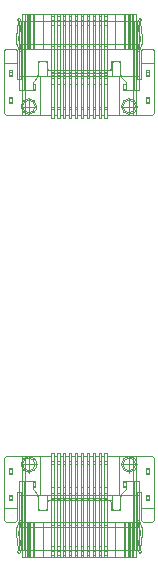
<source format=gbr>
G04 #@! TF.GenerationSoftware,KiCad,Pcbnew,(5.1.2)-1*
G04 #@! TF.CreationDate,2019-05-02T18:24:12-06:00*
G04 #@! TF.ProjectId,Igloo09,49676c6f-6f30-4392-9e6b-696361645f70,rev?*
G04 #@! TF.SameCoordinates,Original*
G04 #@! TF.FileFunction,Legend,Bot*
G04 #@! TF.FilePolarity,Positive*
%FSLAX46Y46*%
G04 Gerber Fmt 4.6, Leading zero omitted, Abs format (unit mm)*
G04 Created by KiCad (PCBNEW (5.1.2)-1) date 2019-05-02 18:24:12*
%MOMM*%
%LPD*%
G04 APERTURE LIST*
%ADD10C,0.050000*%
G04 APERTURE END LIST*
D10*
X146410000Y-47850000D02*
G75*
G03X146410000Y-47850000I-660000J0D01*
G01*
X146282983Y-47850000D02*
G75*
G03X146282983Y-47850000I-532983J0D01*
G01*
X147250000Y-44150000D02*
X147250000Y-45300000D01*
X146700000Y-44000000D02*
X147100000Y-44000000D01*
X146550000Y-45300000D02*
X146550000Y-44150000D01*
X146550000Y-44150000D02*
X146700000Y-44000000D01*
X147100000Y-44000000D02*
X147250000Y-44150000D01*
X152900000Y-44000000D02*
X153300000Y-44000000D01*
X152750000Y-45300000D02*
X152750000Y-44150000D01*
X153300000Y-44000000D02*
X153450000Y-44150000D01*
X152750000Y-44150000D02*
X152900000Y-44000000D01*
X153450000Y-44150000D02*
X153450000Y-45300000D01*
X146500000Y-45150000D02*
X146500000Y-43990000D01*
X151350000Y-48100000D02*
X151150000Y-48100000D01*
X150350000Y-40946410D02*
X150150000Y-40946410D01*
X150850000Y-40946410D02*
X150650000Y-40946410D01*
X147850000Y-40946410D02*
X147650000Y-40946410D01*
X151850000Y-48100000D02*
X151650000Y-48100000D01*
X147850000Y-48100000D02*
X147650000Y-48100000D01*
X148350000Y-48100000D02*
X148150000Y-48100000D01*
X150850000Y-48100000D02*
X150650000Y-48100000D01*
X148850000Y-40946410D02*
X148650000Y-40946410D01*
X151350000Y-40946410D02*
X151150000Y-40946410D01*
X148350000Y-40946410D02*
X148150000Y-40946410D01*
X150350000Y-48100000D02*
X150150000Y-48100000D01*
X149350000Y-40946410D02*
X149150000Y-40946410D01*
X149350000Y-48100000D02*
X149150000Y-48100000D01*
X149850000Y-48100000D02*
X149650000Y-48100000D01*
X152350000Y-48100000D02*
X152150000Y-48100000D01*
X148850000Y-48100000D02*
X148650000Y-48100000D01*
X150850000Y-45970000D02*
X150650000Y-45970000D01*
X147850000Y-45970000D02*
X147650000Y-45970000D01*
X151350000Y-45970000D02*
X151150000Y-45970000D01*
X150350000Y-45970000D02*
X150150000Y-45970000D01*
X149850000Y-45970000D02*
X149650000Y-45970000D01*
X148350000Y-45970000D02*
X148150000Y-45970000D01*
X149350000Y-45970000D02*
X149150000Y-45970000D01*
X148850000Y-45970000D02*
X148650000Y-45970000D01*
X152350000Y-45970000D02*
X152150000Y-45970000D01*
X151850000Y-45970000D02*
X151650000Y-45970000D01*
X151350000Y-45220000D02*
X151150000Y-45220000D01*
X152350000Y-45220000D02*
X152150000Y-45220000D01*
X147850000Y-45220000D02*
X147650000Y-45220000D01*
X148850000Y-45220000D02*
X148650000Y-45220000D01*
X148350000Y-45220000D02*
X148150000Y-45220000D01*
X150850000Y-45220000D02*
X150650000Y-45220000D01*
X149850000Y-45220000D02*
X149650000Y-45220000D01*
X149350000Y-45220000D02*
X149150000Y-45220000D01*
X151850000Y-45220000D02*
X151650000Y-45220000D01*
X150350000Y-45220000D02*
X150150000Y-45220000D01*
X146500000Y-43990000D02*
X147300000Y-43990000D01*
X147300000Y-43990000D02*
X147300000Y-44650000D01*
X147300000Y-44650000D02*
X147450000Y-44800000D01*
X152550000Y-44800000D02*
X152700000Y-44650000D01*
X152700000Y-44650000D02*
X152700000Y-43990000D01*
X152700000Y-43990000D02*
X153500000Y-43990000D01*
X153500000Y-43990000D02*
X153500000Y-45150000D01*
X153500000Y-45150000D02*
X153650000Y-45300000D01*
X154650000Y-40600000D02*
X154650000Y-45300000D01*
X145350000Y-40600000D02*
X145350000Y-45300000D01*
X146350000Y-45300000D02*
X146500000Y-45150000D01*
X155100000Y-40600000D02*
X144900000Y-40600000D01*
X146350000Y-45300000D02*
X144900000Y-45300000D01*
X155100000Y-45300000D02*
X153650000Y-45300000D01*
X145150000Y-40000000D02*
X145150000Y-40600000D01*
X145150000Y-45300000D02*
X145150000Y-48550000D01*
X145400000Y-40000000D02*
X145400000Y-40600000D01*
X145400000Y-45300000D02*
X145400000Y-48550000D01*
X154850000Y-40000000D02*
X145150000Y-40000000D01*
X154600000Y-40000000D02*
X154600000Y-40600000D01*
X154600000Y-45300000D02*
X154600000Y-48550000D01*
X154850000Y-40000000D02*
X154850000Y-40600000D01*
X154850000Y-45300000D02*
X154850000Y-48550000D01*
X147250000Y-44800000D02*
X152750000Y-44800000D01*
X153350000Y-48550000D02*
X153350000Y-45300000D01*
X146650000Y-48550000D02*
X146650000Y-45300000D01*
X148150000Y-45300000D02*
X147850000Y-45300000D01*
X148350000Y-44900000D02*
X148350000Y-45000000D01*
X148650000Y-45000000D02*
X148650000Y-44900000D01*
X149150000Y-45000000D02*
X149150000Y-44900000D01*
X149150000Y-44900000D02*
X149350000Y-44900000D01*
X149650000Y-45300000D02*
X149350000Y-45300000D01*
X149650000Y-45000000D02*
X149650000Y-44900000D01*
X150150000Y-45300000D02*
X149850000Y-45300000D01*
X150650000Y-45000000D02*
X150650000Y-44900000D01*
X151150000Y-45000000D02*
X151150000Y-44900000D01*
X151650000Y-45300000D02*
X151350000Y-45300000D01*
X152150000Y-45300000D02*
X151850000Y-45300000D01*
X152350000Y-44900000D02*
X152350000Y-45000000D01*
X147650000Y-45000000D02*
X147650000Y-44900000D01*
X151150000Y-44900000D02*
X151350000Y-44900000D01*
X147850000Y-44900000D02*
X147850000Y-45000000D01*
X150150000Y-45000000D02*
X150150000Y-44900000D01*
X148150000Y-45000000D02*
X148150000Y-44900000D01*
X150650000Y-45300000D02*
X150350000Y-45300000D01*
X148650000Y-44900000D02*
X148850000Y-44900000D01*
X149850000Y-44900000D02*
X149850000Y-45000000D01*
X152150000Y-45000000D02*
X152150000Y-44900000D01*
X148650000Y-45300000D02*
X148350000Y-45300000D01*
X151350000Y-44900000D02*
X151350000Y-45000000D01*
X150650000Y-44900000D02*
X150850000Y-44900000D01*
X148150000Y-44900000D02*
X148350000Y-44900000D01*
X151850000Y-44900000D02*
X151850000Y-45000000D01*
X149150000Y-45300000D02*
X148850000Y-45300000D01*
X151150000Y-45300000D02*
X150850000Y-45300000D01*
X150150000Y-44900000D02*
X150350000Y-44900000D01*
X149350000Y-44900000D02*
X149350000Y-45000000D01*
X152150000Y-44900000D02*
X152350000Y-44900000D01*
X147650000Y-44900000D02*
X147850000Y-44900000D01*
X151650000Y-45000000D02*
X151650000Y-44900000D01*
X149650000Y-44900000D02*
X149850000Y-44900000D01*
X150850000Y-44900000D02*
X150850000Y-45000000D01*
X151650000Y-44900000D02*
X151850000Y-44900000D01*
X148850000Y-44900000D02*
X148850000Y-45000000D01*
X150350000Y-44900000D02*
X150350000Y-45000000D01*
X147650000Y-45300000D02*
X146550000Y-45300000D01*
X153450000Y-45300000D02*
X152350000Y-45300000D01*
X144750000Y-43100000D02*
X144750000Y-45550000D01*
X143800000Y-42950000D02*
X144600000Y-42950000D01*
X143650000Y-43100000D02*
X143800000Y-42950000D01*
X143650000Y-48400000D02*
X143650000Y-43100000D01*
X143800000Y-48550000D02*
X143650000Y-48400000D01*
X144600000Y-42950000D02*
X144750000Y-43100000D01*
X144750000Y-45550000D02*
X145150000Y-45550000D01*
X156350000Y-48400000D02*
X156200000Y-48550000D01*
X156200000Y-42950000D02*
X156350000Y-43100000D01*
X155400000Y-42950000D02*
X156200000Y-42950000D01*
X155250000Y-43100000D02*
X155400000Y-42950000D01*
X154850000Y-45550000D02*
X155250000Y-45550000D01*
X156350000Y-43100000D02*
X156350000Y-48400000D01*
X155250000Y-45550000D02*
X155250000Y-43100000D01*
X148150000Y-48550000D02*
X147850000Y-48550000D01*
X149150000Y-48550000D02*
X148850000Y-48550000D01*
X148650000Y-48550000D02*
X148350000Y-48550000D01*
X147650000Y-48550000D02*
X143800000Y-48550000D01*
X156200000Y-48550000D02*
X152350000Y-48550000D01*
X151150000Y-48550000D02*
X150850000Y-48550000D01*
X149650000Y-48550000D02*
X149350000Y-48550000D01*
X150650000Y-48550000D02*
X150350000Y-48550000D01*
X152150000Y-48550000D02*
X151850000Y-48550000D01*
X151650000Y-48550000D02*
X151350000Y-48550000D01*
X150150000Y-48550000D02*
X149850000Y-48550000D01*
X155100000Y-45550000D02*
X155100000Y-40600000D01*
X154875000Y-45550000D02*
X154875000Y-45300000D01*
X144900000Y-45550000D02*
X144900000Y-40600000D01*
X145125000Y-45550000D02*
X145125000Y-45300000D01*
X155155769Y-42978359D02*
X155100000Y-42978359D01*
X144844231Y-42978359D02*
X144900000Y-42978359D01*
X144895729Y-42399802D02*
X144899434Y-42412207D01*
X144874981Y-42315066D02*
X144895729Y-42399802D01*
X144861698Y-42228844D02*
X144874981Y-42315066D01*
X144855980Y-42141793D02*
X144861698Y-42228844D01*
X144857871Y-42054575D02*
X144855980Y-42141793D01*
X144867356Y-41967853D02*
X144857871Y-42054575D01*
X144867356Y-41967853D02*
X144900000Y-41755558D01*
X145043333Y-40600000D02*
X144891176Y-40314706D01*
X144891176Y-40314706D02*
X144716003Y-40408131D01*
X144716003Y-40408131D02*
X144845000Y-40650000D01*
X144845000Y-40650000D02*
X144653217Y-42006552D01*
X144691869Y-42502860D02*
X144692144Y-42503760D01*
X144666829Y-42405710D02*
X144691869Y-42502860D01*
X144650352Y-42306748D02*
X144666829Y-42405710D01*
X144642562Y-42206726D02*
X144650352Y-42306748D01*
X144643520Y-42106406D02*
X144642562Y-42206726D01*
X144653217Y-42006552D02*
X144643520Y-42106406D01*
X144692144Y-42503760D02*
X144725922Y-42614243D01*
X144900000Y-42414058D02*
X144899434Y-42412207D01*
X144725922Y-42614243D02*
X144900000Y-43150000D01*
X155307856Y-42503760D02*
X155274078Y-42614243D01*
X155308131Y-42502860D02*
X155307856Y-42503760D01*
X155333171Y-42405710D02*
X155308131Y-42502860D01*
X155349648Y-42306748D02*
X155333171Y-42405710D01*
X155357438Y-42206726D02*
X155349648Y-42306748D01*
X155356480Y-42106406D02*
X155357438Y-42206726D01*
X155346783Y-42006552D02*
X155356480Y-42106406D01*
X155155000Y-40650000D02*
X155346783Y-42006552D01*
X155283997Y-40408131D02*
X155155000Y-40650000D01*
X155108824Y-40314706D02*
X155283997Y-40408131D01*
X154956667Y-40600000D02*
X155108824Y-40314706D01*
X155132644Y-41967853D02*
X155100000Y-41755558D01*
X155104271Y-42399802D02*
X155100566Y-42412207D01*
X155125019Y-42315066D02*
X155104271Y-42399802D01*
X155138302Y-42228844D02*
X155125019Y-42315066D01*
X155144020Y-42141793D02*
X155138302Y-42228844D01*
X155142129Y-42054575D02*
X155144020Y-42141793D01*
X155132644Y-41967853D02*
X155142129Y-42054575D01*
X155274078Y-42614243D02*
X155100000Y-43150000D01*
X155100000Y-42414058D02*
X155100566Y-42412207D01*
X145146250Y-47850000D02*
X146353750Y-47850000D01*
X145750000Y-47157000D02*
X145750000Y-48543000D01*
X154250000Y-47157000D02*
X154250000Y-48543000D01*
X153557000Y-47850000D02*
X154943000Y-47850000D01*
X145125000Y-40600000D02*
X145125000Y-45300000D01*
X154875000Y-40600000D02*
X154875000Y-45300000D01*
X145150000Y-40600000D02*
X145150000Y-45300000D01*
X145400000Y-40600000D02*
X145400000Y-45300000D01*
X154600000Y-40600000D02*
X154600000Y-45300000D01*
X154850000Y-40600000D02*
X154850000Y-45300000D01*
X146135000Y-40000000D02*
X146135000Y-42950000D01*
X146965000Y-40000000D02*
X146965000Y-42950000D01*
X153865000Y-40000000D02*
X153865000Y-42950000D01*
X153035000Y-40000000D02*
X153035000Y-42950000D01*
X149850000Y-42750000D02*
X149850000Y-40000000D01*
X149650000Y-42750000D02*
X149650000Y-40000000D01*
X149350000Y-42750000D02*
X149150000Y-42750000D01*
X152150000Y-42750000D02*
X152150000Y-40000000D01*
X148350000Y-42750000D02*
X148350000Y-40000000D01*
X148350000Y-42750000D02*
X148150000Y-42750000D01*
X149150000Y-42750000D02*
X149150000Y-40000000D01*
X149350000Y-42750000D02*
X149350000Y-40000000D01*
X148850000Y-42750000D02*
X148850000Y-40000000D01*
X148850000Y-42750000D02*
X148650000Y-42750000D01*
X151350000Y-42750000D02*
X151350000Y-40000000D01*
X151150000Y-42750000D02*
X151150000Y-40000000D01*
X148650000Y-42750000D02*
X148650000Y-40000000D01*
X148150000Y-42750000D02*
X148150000Y-40000000D01*
X152350000Y-42750000D02*
X152350000Y-40000000D01*
X151850000Y-42750000D02*
X151650000Y-42750000D01*
X151650000Y-42750000D02*
X151650000Y-40000000D01*
X151850000Y-42750000D02*
X151850000Y-40000000D01*
X149850000Y-42750000D02*
X149650000Y-42750000D01*
X151350000Y-42750000D02*
X151150000Y-42750000D01*
X150350000Y-42750000D02*
X150350000Y-40000000D01*
X147850000Y-42750000D02*
X147850000Y-40000000D01*
X147650000Y-42750000D02*
X147650000Y-40000000D01*
X152350000Y-42750000D02*
X152150000Y-42750000D01*
X150850000Y-42750000D02*
X150850000Y-40000000D01*
X150650000Y-42750000D02*
X150650000Y-40000000D01*
X150850000Y-42750000D02*
X150650000Y-42750000D01*
X147850000Y-42750000D02*
X147650000Y-42750000D01*
X150350000Y-42750000D02*
X150150000Y-42750000D01*
X150150000Y-42750000D02*
X150150000Y-40000000D01*
X154850000Y-42950000D02*
X145150000Y-42950000D01*
X149650000Y-44900000D02*
X149650000Y-43000000D01*
X148350000Y-43000000D02*
X148350000Y-44900000D01*
X149150000Y-44900000D02*
X149150000Y-43000000D01*
X148650000Y-44900000D02*
X148650000Y-43000000D01*
X150650000Y-44900000D02*
X150650000Y-43000000D01*
X151150000Y-44900000D02*
X151150000Y-43000000D01*
X147850000Y-43000000D02*
X147850000Y-44900000D01*
X150150000Y-44900000D02*
X150150000Y-43000000D01*
X148150000Y-44900000D02*
X148150000Y-43000000D01*
X149850000Y-43000000D02*
X149850000Y-44900000D01*
X152150000Y-44900000D02*
X152150000Y-43000000D01*
X151350000Y-43000000D02*
X151350000Y-44900000D01*
X151850000Y-43000000D02*
X151850000Y-44900000D01*
X149350000Y-43000000D02*
X149350000Y-44900000D01*
X151650000Y-44900000D02*
X151650000Y-43000000D01*
X150850000Y-43000000D02*
X150850000Y-44900000D01*
X148850000Y-43000000D02*
X148850000Y-44900000D01*
X150350000Y-43000000D02*
X150350000Y-44900000D01*
X145650000Y-40000000D02*
X145650000Y-42950000D01*
X154350000Y-40000000D02*
X154350000Y-42950000D01*
X152150000Y-47850000D02*
X152350000Y-47850000D01*
X149150000Y-47850000D02*
X149350000Y-47850000D01*
X150150000Y-47850000D02*
X150350000Y-47850000D01*
X151650000Y-47850000D02*
X151850000Y-47850000D01*
X149650000Y-47850000D02*
X149850000Y-47850000D01*
X148650000Y-47850000D02*
X148850000Y-47850000D01*
X148150000Y-47850000D02*
X148350000Y-47850000D01*
X147650000Y-47850000D02*
X147850000Y-47850000D01*
X151150000Y-47850000D02*
X151350000Y-47850000D01*
X150650000Y-47850000D02*
X150850000Y-47850000D01*
X144900000Y-43150000D02*
X145125000Y-43150000D01*
X144900000Y-42950000D02*
X145125000Y-42950000D01*
X155100000Y-43150000D02*
X154875000Y-43150000D01*
X155100000Y-42950000D02*
X154875000Y-42950000D01*
X145550000Y-40000000D02*
X145550000Y-42950000D01*
X154450000Y-40000000D02*
X154450000Y-42950000D01*
X154150000Y-40000000D02*
X154150000Y-42950000D01*
X145850000Y-40000000D02*
X145850000Y-42950000D01*
X145750000Y-40000000D02*
X145750000Y-42950000D01*
X154250000Y-40000000D02*
X154250000Y-42950000D01*
X155100000Y-42978359D02*
X154927476Y-42978359D01*
X144900000Y-42978359D02*
X145072524Y-42978359D01*
X144900000Y-41755558D02*
X145070000Y-40650000D01*
X145070000Y-40650000D02*
X145043333Y-40600000D01*
X145125000Y-43150000D02*
X144900000Y-42414058D01*
X154930000Y-40650000D02*
X154956667Y-40600000D01*
X155100000Y-41755558D02*
X154930000Y-40650000D01*
X154875000Y-43150000D02*
X155100000Y-42414058D01*
X146175000Y-40000000D02*
X146175000Y-42950000D01*
X146925000Y-40000000D02*
X146925000Y-42950000D01*
X147650000Y-45300000D02*
X147850000Y-45300000D01*
X148150000Y-45300000D02*
X148350000Y-45300000D01*
X148650000Y-45300000D02*
X148850000Y-45300000D01*
X149150000Y-45300000D02*
X149350000Y-45300000D01*
X149650000Y-45300000D02*
X149850000Y-45300000D01*
X153075000Y-40000000D02*
X153075000Y-42950000D01*
X150150000Y-45300000D02*
X150350000Y-45300000D01*
X151150000Y-45300000D02*
X151350000Y-45300000D01*
X150650000Y-45300000D02*
X150850000Y-45300000D01*
X151650000Y-45300000D02*
X151850000Y-45300000D01*
X153825000Y-40000000D02*
X153825000Y-42950000D01*
X152150000Y-45300000D02*
X152350000Y-45300000D01*
X155147404Y-43004105D02*
X154919604Y-43004105D01*
X144852596Y-43004105D02*
X145080396Y-43004105D01*
X155100000Y-42550000D02*
X144900000Y-42550000D01*
X155100000Y-42750000D02*
X154875000Y-42750000D01*
X144900000Y-42750000D02*
X145125000Y-42750000D01*
X144944445Y-46430000D02*
X144944445Y-45550000D01*
X155055555Y-45550000D02*
X155055555Y-46430000D01*
X145200000Y-46430000D02*
X145200000Y-45300000D01*
X145350000Y-45300000D02*
X145350000Y-46430000D01*
X154650000Y-45300000D02*
X154650000Y-46430000D01*
X154791421Y-45300000D02*
X154791421Y-46430000D01*
X156350000Y-44150000D02*
X155250000Y-44150000D01*
X144100000Y-44800000D02*
X144100000Y-45300000D01*
X155700000Y-47050000D02*
X155700000Y-47550000D01*
X155900000Y-47050000D02*
X155700000Y-47050000D01*
X155700000Y-47550000D02*
X155900000Y-47550000D01*
X144100000Y-47050000D02*
X144100000Y-47550000D01*
X144300000Y-44800000D02*
X144100000Y-44800000D01*
X155900000Y-47050000D02*
X155900000Y-47550000D01*
X155900000Y-44800000D02*
X155700000Y-44800000D01*
X155700000Y-45300000D02*
X155900000Y-45300000D01*
X144300000Y-44800000D02*
X144300000Y-45300000D01*
X144300000Y-47050000D02*
X144100000Y-47050000D01*
X144100000Y-47550000D02*
X144300000Y-47550000D01*
X144300000Y-47050000D02*
X144300000Y-47550000D01*
X144750000Y-44150000D02*
X143650000Y-44150000D01*
X144100000Y-45300000D02*
X144300000Y-45300000D01*
X155700000Y-44800000D02*
X155700000Y-45300000D01*
X154910000Y-47850000D02*
G75*
G03X154910000Y-47850000I-660000J0D01*
G01*
X155900000Y-44800000D02*
X155900000Y-45300000D01*
X146287500Y-46430000D02*
X146287500Y-45930000D01*
X146287500Y-45930000D02*
X146062500Y-45930000D01*
X146062500Y-45737500D02*
X146500000Y-45300000D01*
X146500000Y-45300000D02*
X146500000Y-45150000D01*
X153500000Y-45150000D02*
X153500000Y-45300000D01*
X153500000Y-45300000D02*
X153937500Y-45737500D01*
X153937500Y-45930000D02*
X153712500Y-45930000D01*
X153712500Y-46430000D02*
X153712500Y-45930000D01*
X146287500Y-46430000D02*
X144944445Y-46430000D01*
X155055555Y-46430000D02*
X153712500Y-46430000D01*
X146062500Y-46430000D02*
X146062500Y-45737500D01*
X153937500Y-45737500D02*
X153937500Y-46430000D01*
X146287500Y-45980000D02*
X146062500Y-45980000D01*
X153937500Y-45980000D02*
X153712500Y-45980000D01*
X153712500Y-46380000D02*
X153937500Y-46380000D01*
X146062500Y-46380000D02*
X146287500Y-46380000D01*
X154782983Y-47850000D02*
G75*
G03X154782983Y-47850000I-532983J0D01*
G01*
X144300000Y-47450000D02*
X144100000Y-47450000D01*
X144300000Y-47150000D02*
X144100000Y-47150000D01*
X155900000Y-44900000D02*
X155700000Y-44900000D01*
X155900000Y-45200000D02*
X155700000Y-45200000D01*
X155900000Y-47150000D02*
X155700000Y-47150000D01*
X155900000Y-47450000D02*
X155700000Y-47450000D01*
X144300000Y-45200000D02*
X144100000Y-45200000D01*
X144300000Y-44900000D02*
X144100000Y-44900000D01*
X149850000Y-45000000D02*
X149650000Y-45000000D01*
X149850000Y-45450000D02*
X149650000Y-45450000D01*
X148850000Y-45000000D02*
X148650000Y-45000000D01*
X148850000Y-45450000D02*
X148650000Y-45450000D01*
X149350000Y-45000000D02*
X149150000Y-45000000D01*
X149350000Y-45450000D02*
X149150000Y-45450000D01*
X150350000Y-45000000D02*
X150150000Y-45000000D01*
X150350000Y-45450000D02*
X150150000Y-45450000D01*
X150850000Y-45450000D02*
X150650000Y-45450000D01*
X150850000Y-45000000D02*
X150650000Y-45000000D01*
X151350000Y-45450000D02*
X151150000Y-45450000D01*
X151350000Y-45000000D02*
X151150000Y-45000000D01*
X152350000Y-45450000D02*
X152150000Y-45450000D01*
X152350000Y-45000000D02*
X152150000Y-45000000D01*
X148350000Y-45450000D02*
X148150000Y-45450000D01*
X148350000Y-45000000D02*
X148150000Y-45000000D01*
X151850000Y-45450000D02*
X151650000Y-45450000D01*
X151850000Y-45000000D02*
X151650000Y-45000000D01*
X147850000Y-45450000D02*
X147650000Y-45450000D01*
X147850000Y-45000000D02*
X147650000Y-45000000D01*
X148850000Y-48850000D02*
X148650000Y-48850000D01*
X148650000Y-45000000D02*
X148650000Y-48850000D01*
X148850000Y-48850000D02*
X148850000Y-45000000D01*
X147850000Y-48850000D02*
X147650000Y-48850000D01*
X147650000Y-48850000D02*
X147650000Y-45000000D01*
X147850000Y-48850000D02*
X147850000Y-45000000D01*
X148350000Y-48850000D02*
X148150000Y-48850000D01*
X148150000Y-45000000D02*
X148150000Y-48850000D01*
X148350000Y-48850000D02*
X148350000Y-45000000D01*
X150350000Y-48850000D02*
X150150000Y-48850000D01*
X150350000Y-48850000D02*
X150350000Y-45000000D01*
X150150000Y-45000000D02*
X150150000Y-48850000D01*
X149350000Y-48850000D02*
X149150000Y-48850000D01*
X149150000Y-45000000D02*
X149150000Y-48850000D01*
X149350000Y-48850000D02*
X149350000Y-45000000D01*
X149850000Y-48850000D02*
X149650000Y-48850000D01*
X149850000Y-48850000D02*
X149850000Y-45000000D01*
X149650000Y-45000000D02*
X149650000Y-48850000D01*
X151350000Y-48850000D02*
X151150000Y-48850000D01*
X151150000Y-45000000D02*
X151150000Y-48850000D01*
X151350000Y-48850000D02*
X151350000Y-45000000D01*
X151850000Y-48850000D02*
X151650000Y-48850000D01*
X151650000Y-45000000D02*
X151650000Y-48850000D01*
X151850000Y-48850000D02*
X151850000Y-45000000D01*
X152350000Y-48850000D02*
X152150000Y-48850000D01*
X152350000Y-48850000D02*
X152350000Y-45000000D01*
X152150000Y-45000000D02*
X152150000Y-48850000D01*
X150850000Y-48850000D02*
X150650000Y-48850000D01*
X150650000Y-45000000D02*
X150650000Y-48850000D01*
X150850000Y-48850000D02*
X150850000Y-45000000D01*
X151850000Y-43000000D02*
X151850000Y-42750000D01*
X151850000Y-40200000D02*
X151650000Y-40200000D01*
X151650000Y-42750000D02*
X151650000Y-43000000D01*
X151350000Y-43000000D02*
X151350000Y-42750000D01*
X151350000Y-40200000D02*
X151150000Y-40200000D01*
X151150000Y-42750000D02*
X151150000Y-43000000D01*
X150850000Y-43000000D02*
X150850000Y-42750000D01*
X150850000Y-40200000D02*
X150650000Y-40200000D01*
X150650000Y-42750000D02*
X150650000Y-43000000D01*
X150350000Y-43000000D02*
X150350000Y-42750000D01*
X150350000Y-40200000D02*
X150150000Y-40200000D01*
X150150000Y-42750000D02*
X150150000Y-43000000D01*
X149850000Y-43000000D02*
X149850000Y-42750000D01*
X149850000Y-40200000D02*
X149650000Y-40200000D01*
X149650000Y-42750000D02*
X149650000Y-43000000D01*
X149350000Y-43000000D02*
X149350000Y-42750000D01*
X149350000Y-40200000D02*
X149150000Y-40200000D01*
X149150000Y-42750000D02*
X149150000Y-43000000D01*
X148850000Y-43000000D02*
X148850000Y-42750000D01*
X148850000Y-40200000D02*
X148650000Y-40200000D01*
X148650000Y-42750000D02*
X148650000Y-43000000D01*
X148350000Y-43000000D02*
X148350000Y-42750000D01*
X148350000Y-40200000D02*
X148150000Y-40200000D01*
X148150000Y-42750000D02*
X148150000Y-43000000D01*
X147850000Y-43000000D02*
X147850000Y-42750000D01*
X147850000Y-40200000D02*
X147650000Y-40200000D01*
X148650000Y-45000000D02*
X148350000Y-45000000D01*
X149150000Y-45000000D02*
X148850000Y-45000000D01*
X150150000Y-45000000D02*
X149850000Y-45000000D01*
X150650000Y-45000000D02*
X150350000Y-45000000D01*
X151150000Y-45000000D02*
X150850000Y-45000000D01*
X151650000Y-45000000D02*
X151350000Y-45000000D01*
X152150000Y-45000000D02*
X151850000Y-45000000D01*
X152350000Y-40200000D02*
X152150000Y-40200000D01*
X152150000Y-42750000D02*
X152150000Y-43000000D01*
X148150000Y-45000000D02*
X147850000Y-45000000D01*
X149650000Y-45000000D02*
X149350000Y-45000000D01*
X152350000Y-44900000D02*
X152350000Y-42750000D01*
X147650000Y-44900000D02*
X147650000Y-42750000D01*
X148350000Y-40546410D02*
X148150000Y-40546410D01*
X148850000Y-40546410D02*
X148650000Y-40546410D01*
X151850000Y-40546410D02*
X151650000Y-40546410D01*
X147850000Y-40546410D02*
X147650000Y-40546410D01*
X152350000Y-43000000D02*
X147650000Y-43000000D01*
X149350000Y-40546410D02*
X149150000Y-40546410D01*
X152350000Y-40546410D02*
X152150000Y-40546410D01*
X150850000Y-40546410D02*
X150650000Y-40546410D01*
X149850000Y-40546410D02*
X149650000Y-40546410D01*
X150350000Y-40546410D02*
X150150000Y-40546410D01*
X151350000Y-40546410D02*
X151150000Y-40546410D01*
X151850000Y-40946410D02*
X151650000Y-40946410D01*
X152350000Y-40946410D02*
X152150000Y-40946410D01*
X149850000Y-40946410D02*
X149650000Y-40946410D01*
X154910000Y-78150000D02*
G75*
G03X154910000Y-78150000I-660000J0D01*
G01*
X154782983Y-78150000D02*
G75*
G03X154782983Y-78150000I-532983J0D01*
G01*
X152750000Y-81850000D02*
X152750000Y-80700000D01*
X153300000Y-82000000D02*
X152900000Y-82000000D01*
X153450000Y-80700000D02*
X153450000Y-81850000D01*
X153450000Y-81850000D02*
X153300000Y-82000000D01*
X152900000Y-82000000D02*
X152750000Y-81850000D01*
X147100000Y-82000000D02*
X146700000Y-82000000D01*
X147250000Y-80700000D02*
X147250000Y-81850000D01*
X146700000Y-82000000D02*
X146550000Y-81850000D01*
X147250000Y-81850000D02*
X147100000Y-82000000D01*
X146550000Y-81850000D02*
X146550000Y-80700000D01*
X153500000Y-80850000D02*
X153500000Y-82010000D01*
X148650000Y-77900000D02*
X148850000Y-77900000D01*
X149650000Y-85053590D02*
X149850000Y-85053590D01*
X149150000Y-85053590D02*
X149350000Y-85053590D01*
X152150000Y-85053590D02*
X152350000Y-85053590D01*
X148150000Y-77900000D02*
X148350000Y-77900000D01*
X152150000Y-77900000D02*
X152350000Y-77900000D01*
X151650000Y-77900000D02*
X151850000Y-77900000D01*
X149150000Y-77900000D02*
X149350000Y-77900000D01*
X151150000Y-85053590D02*
X151350000Y-85053590D01*
X148650000Y-85053590D02*
X148850000Y-85053590D01*
X151650000Y-85053590D02*
X151850000Y-85053590D01*
X149650000Y-77900000D02*
X149850000Y-77900000D01*
X150650000Y-85053590D02*
X150850000Y-85053590D01*
X150650000Y-77900000D02*
X150850000Y-77900000D01*
X150150000Y-77900000D02*
X150350000Y-77900000D01*
X147650000Y-77900000D02*
X147850000Y-77900000D01*
X151150000Y-77900000D02*
X151350000Y-77900000D01*
X149150000Y-80030000D02*
X149350000Y-80030000D01*
X152150000Y-80030000D02*
X152350000Y-80030000D01*
X148650000Y-80030000D02*
X148850000Y-80030000D01*
X149650000Y-80030000D02*
X149850000Y-80030000D01*
X150150000Y-80030000D02*
X150350000Y-80030000D01*
X151650000Y-80030000D02*
X151850000Y-80030000D01*
X150650000Y-80030000D02*
X150850000Y-80030000D01*
X151150000Y-80030000D02*
X151350000Y-80030000D01*
X147650000Y-80030000D02*
X147850000Y-80030000D01*
X148150000Y-80030000D02*
X148350000Y-80030000D01*
X148650000Y-80780000D02*
X148850000Y-80780000D01*
X147650000Y-80780000D02*
X147850000Y-80780000D01*
X152150000Y-80780000D02*
X152350000Y-80780000D01*
X151150000Y-80780000D02*
X151350000Y-80780000D01*
X151650000Y-80780000D02*
X151850000Y-80780000D01*
X149150000Y-80780000D02*
X149350000Y-80780000D01*
X150150000Y-80780000D02*
X150350000Y-80780000D01*
X150650000Y-80780000D02*
X150850000Y-80780000D01*
X148150000Y-80780000D02*
X148350000Y-80780000D01*
X149650000Y-80780000D02*
X149850000Y-80780000D01*
X153500000Y-82010000D02*
X152700000Y-82010000D01*
X152700000Y-82010000D02*
X152700000Y-81350000D01*
X152700000Y-81350000D02*
X152550000Y-81200000D01*
X147450000Y-81200000D02*
X147300000Y-81350000D01*
X147300000Y-81350000D02*
X147300000Y-82010000D01*
X147300000Y-82010000D02*
X146500000Y-82010000D01*
X146500000Y-82010000D02*
X146500000Y-80850000D01*
X146500000Y-80850000D02*
X146350000Y-80700000D01*
X145350000Y-85400000D02*
X145350000Y-80700000D01*
X154650000Y-85400000D02*
X154650000Y-80700000D01*
X153650000Y-80700000D02*
X153500000Y-80850000D01*
X144900000Y-85400000D02*
X155100000Y-85400000D01*
X153650000Y-80700000D02*
X155100000Y-80700000D01*
X144900000Y-80700000D02*
X146350000Y-80700000D01*
X154850000Y-86000000D02*
X154850000Y-85400000D01*
X154850000Y-80700000D02*
X154850000Y-77450000D01*
X154600000Y-86000000D02*
X154600000Y-85400000D01*
X154600000Y-80700000D02*
X154600000Y-77450000D01*
X145150000Y-86000000D02*
X154850000Y-86000000D01*
X145400000Y-86000000D02*
X145400000Y-85400000D01*
X145400000Y-80700000D02*
X145400000Y-77450000D01*
X145150000Y-86000000D02*
X145150000Y-85400000D01*
X145150000Y-80700000D02*
X145150000Y-77450000D01*
X152750000Y-81200000D02*
X147250000Y-81200000D01*
X146650000Y-77450000D02*
X146650000Y-80700000D01*
X153350000Y-77450000D02*
X153350000Y-80700000D01*
X151850000Y-80700000D02*
X152150000Y-80700000D01*
X151650000Y-81100000D02*
X151650000Y-81000000D01*
X151350000Y-81000000D02*
X151350000Y-81100000D01*
X150850000Y-81000000D02*
X150850000Y-81100000D01*
X150850000Y-81100000D02*
X150650000Y-81100000D01*
X150350000Y-80700000D02*
X150650000Y-80700000D01*
X150350000Y-81000000D02*
X150350000Y-81100000D01*
X149850000Y-80700000D02*
X150150000Y-80700000D01*
X149350000Y-81000000D02*
X149350000Y-81100000D01*
X148850000Y-81000000D02*
X148850000Y-81100000D01*
X148350000Y-80700000D02*
X148650000Y-80700000D01*
X147850000Y-80700000D02*
X148150000Y-80700000D01*
X147650000Y-81100000D02*
X147650000Y-81000000D01*
X152350000Y-81000000D02*
X152350000Y-81100000D01*
X148850000Y-81100000D02*
X148650000Y-81100000D01*
X152150000Y-81100000D02*
X152150000Y-81000000D01*
X149850000Y-81000000D02*
X149850000Y-81100000D01*
X151850000Y-81000000D02*
X151850000Y-81100000D01*
X149350000Y-80700000D02*
X149650000Y-80700000D01*
X151350000Y-81100000D02*
X151150000Y-81100000D01*
X150150000Y-81100000D02*
X150150000Y-81000000D01*
X147850000Y-81000000D02*
X147850000Y-81100000D01*
X151350000Y-80700000D02*
X151650000Y-80700000D01*
X148650000Y-81100000D02*
X148650000Y-81000000D01*
X149350000Y-81100000D02*
X149150000Y-81100000D01*
X151850000Y-81100000D02*
X151650000Y-81100000D01*
X148150000Y-81100000D02*
X148150000Y-81000000D01*
X150850000Y-80700000D02*
X151150000Y-80700000D01*
X148850000Y-80700000D02*
X149150000Y-80700000D01*
X149850000Y-81100000D02*
X149650000Y-81100000D01*
X150650000Y-81100000D02*
X150650000Y-81000000D01*
X147850000Y-81100000D02*
X147650000Y-81100000D01*
X152350000Y-81100000D02*
X152150000Y-81100000D01*
X148350000Y-81000000D02*
X148350000Y-81100000D01*
X150350000Y-81100000D02*
X150150000Y-81100000D01*
X149150000Y-81100000D02*
X149150000Y-81000000D01*
X148350000Y-81100000D02*
X148150000Y-81100000D01*
X151150000Y-81100000D02*
X151150000Y-81000000D01*
X149650000Y-81100000D02*
X149650000Y-81000000D01*
X152350000Y-80700000D02*
X153450000Y-80700000D01*
X146550000Y-80700000D02*
X147650000Y-80700000D01*
X155250000Y-82900000D02*
X155250000Y-80450000D01*
X156200000Y-83050000D02*
X155400000Y-83050000D01*
X156350000Y-82900000D02*
X156200000Y-83050000D01*
X156350000Y-77600000D02*
X156350000Y-82900000D01*
X156200000Y-77450000D02*
X156350000Y-77600000D01*
X155400000Y-83050000D02*
X155250000Y-82900000D01*
X155250000Y-80450000D02*
X154850000Y-80450000D01*
X143650000Y-77600000D02*
X143800000Y-77450000D01*
X143800000Y-83050000D02*
X143650000Y-82900000D01*
X144600000Y-83050000D02*
X143800000Y-83050000D01*
X144750000Y-82900000D02*
X144600000Y-83050000D01*
X145150000Y-80450000D02*
X144750000Y-80450000D01*
X143650000Y-82900000D02*
X143650000Y-77600000D01*
X144750000Y-80450000D02*
X144750000Y-82900000D01*
X151850000Y-77450000D02*
X152150000Y-77450000D01*
X150850000Y-77450000D02*
X151150000Y-77450000D01*
X151350000Y-77450000D02*
X151650000Y-77450000D01*
X152350000Y-77450000D02*
X156200000Y-77450000D01*
X143800000Y-77450000D02*
X147650000Y-77450000D01*
X148850000Y-77450000D02*
X149150000Y-77450000D01*
X150350000Y-77450000D02*
X150650000Y-77450000D01*
X149350000Y-77450000D02*
X149650000Y-77450000D01*
X147850000Y-77450000D02*
X148150000Y-77450000D01*
X148350000Y-77450000D02*
X148650000Y-77450000D01*
X149850000Y-77450000D02*
X150150000Y-77450000D01*
X144900000Y-80450000D02*
X144900000Y-85400000D01*
X145125000Y-80450000D02*
X145125000Y-80700000D01*
X155100000Y-80450000D02*
X155100000Y-85400000D01*
X154875000Y-80450000D02*
X154875000Y-80700000D01*
X144844231Y-83021641D02*
X144900000Y-83021641D01*
X155155769Y-83021641D02*
X155100000Y-83021641D01*
X155104271Y-83600198D02*
X155100566Y-83587793D01*
X155125019Y-83684934D02*
X155104271Y-83600198D01*
X155138302Y-83771156D02*
X155125019Y-83684934D01*
X155144020Y-83858207D02*
X155138302Y-83771156D01*
X155142129Y-83945425D02*
X155144020Y-83858207D01*
X155132644Y-84032147D02*
X155142129Y-83945425D01*
X155132644Y-84032147D02*
X155100000Y-84244442D01*
X154956667Y-85400000D02*
X155108824Y-85685294D01*
X155108824Y-85685294D02*
X155283997Y-85591869D01*
X155283997Y-85591869D02*
X155155000Y-85350000D01*
X155155000Y-85350000D02*
X155346783Y-83993448D01*
X155308131Y-83497140D02*
X155307856Y-83496240D01*
X155333171Y-83594290D02*
X155308131Y-83497140D01*
X155349648Y-83693252D02*
X155333171Y-83594290D01*
X155357438Y-83793274D02*
X155349648Y-83693252D01*
X155356480Y-83893594D02*
X155357438Y-83793274D01*
X155346783Y-83993448D02*
X155356480Y-83893594D01*
X155307856Y-83496240D02*
X155274078Y-83385757D01*
X155100000Y-83585942D02*
X155100566Y-83587793D01*
X155274078Y-83385757D02*
X155100000Y-82850000D01*
X144692144Y-83496240D02*
X144725922Y-83385757D01*
X144691869Y-83497140D02*
X144692144Y-83496240D01*
X144666829Y-83594290D02*
X144691869Y-83497140D01*
X144650352Y-83693252D02*
X144666829Y-83594290D01*
X144642562Y-83793274D02*
X144650352Y-83693252D01*
X144643520Y-83893594D02*
X144642562Y-83793274D01*
X144653217Y-83993448D02*
X144643520Y-83893594D01*
X144845000Y-85350000D02*
X144653217Y-83993448D01*
X144716003Y-85591869D02*
X144845000Y-85350000D01*
X144891176Y-85685294D02*
X144716003Y-85591869D01*
X145043333Y-85400000D02*
X144891176Y-85685294D01*
X144867356Y-84032147D02*
X144900000Y-84244442D01*
X144895729Y-83600198D02*
X144899434Y-83587793D01*
X144874981Y-83684934D02*
X144895729Y-83600198D01*
X144861698Y-83771156D02*
X144874981Y-83684934D01*
X144855980Y-83858207D02*
X144861698Y-83771156D01*
X144857871Y-83945425D02*
X144855980Y-83858207D01*
X144867356Y-84032147D02*
X144857871Y-83945425D01*
X144725922Y-83385757D02*
X144900000Y-82850000D01*
X144900000Y-83585942D02*
X144899434Y-83587793D01*
X154853750Y-78150000D02*
X153646250Y-78150000D01*
X154250000Y-78843000D02*
X154250000Y-77457000D01*
X145750000Y-78843000D02*
X145750000Y-77457000D01*
X146443000Y-78150000D02*
X145057000Y-78150000D01*
X154875000Y-85400000D02*
X154875000Y-80700000D01*
X145125000Y-85400000D02*
X145125000Y-80700000D01*
X154850000Y-85400000D02*
X154850000Y-80700000D01*
X154600000Y-85400000D02*
X154600000Y-80700000D01*
X145400000Y-85400000D02*
X145400000Y-80700000D01*
X145150000Y-85400000D02*
X145150000Y-80700000D01*
X153865000Y-86000000D02*
X153865000Y-83050000D01*
X153035000Y-86000000D02*
X153035000Y-83050000D01*
X146135000Y-86000000D02*
X146135000Y-83050000D01*
X146965000Y-86000000D02*
X146965000Y-83050000D01*
X150150000Y-83250000D02*
X150150000Y-86000000D01*
X150350000Y-83250000D02*
X150350000Y-86000000D01*
X150650000Y-83250000D02*
X150850000Y-83250000D01*
X147850000Y-83250000D02*
X147850000Y-86000000D01*
X151650000Y-83250000D02*
X151650000Y-86000000D01*
X151650000Y-83250000D02*
X151850000Y-83250000D01*
X150850000Y-83250000D02*
X150850000Y-86000000D01*
X150650000Y-83250000D02*
X150650000Y-86000000D01*
X151150000Y-83250000D02*
X151150000Y-86000000D01*
X151150000Y-83250000D02*
X151350000Y-83250000D01*
X148650000Y-83250000D02*
X148650000Y-86000000D01*
X148850000Y-83250000D02*
X148850000Y-86000000D01*
X151350000Y-83250000D02*
X151350000Y-86000000D01*
X151850000Y-83250000D02*
X151850000Y-86000000D01*
X147650000Y-83250000D02*
X147650000Y-86000000D01*
X148150000Y-83250000D02*
X148350000Y-83250000D01*
X148350000Y-83250000D02*
X148350000Y-86000000D01*
X148150000Y-83250000D02*
X148150000Y-86000000D01*
X150150000Y-83250000D02*
X150350000Y-83250000D01*
X148650000Y-83250000D02*
X148850000Y-83250000D01*
X149650000Y-83250000D02*
X149650000Y-86000000D01*
X152150000Y-83250000D02*
X152150000Y-86000000D01*
X152350000Y-83250000D02*
X152350000Y-86000000D01*
X147650000Y-83250000D02*
X147850000Y-83250000D01*
X149150000Y-83250000D02*
X149150000Y-86000000D01*
X149350000Y-83250000D02*
X149350000Y-86000000D01*
X149150000Y-83250000D02*
X149350000Y-83250000D01*
X152150000Y-83250000D02*
X152350000Y-83250000D01*
X149650000Y-83250000D02*
X149850000Y-83250000D01*
X149850000Y-83250000D02*
X149850000Y-86000000D01*
X145150000Y-83050000D02*
X154850000Y-83050000D01*
X150350000Y-81100000D02*
X150350000Y-83000000D01*
X151650000Y-83000000D02*
X151650000Y-81100000D01*
X150850000Y-81100000D02*
X150850000Y-83000000D01*
X151350000Y-81100000D02*
X151350000Y-83000000D01*
X149350000Y-81100000D02*
X149350000Y-83000000D01*
X148850000Y-81100000D02*
X148850000Y-83000000D01*
X152150000Y-83000000D02*
X152150000Y-81100000D01*
X149850000Y-81100000D02*
X149850000Y-83000000D01*
X151850000Y-81100000D02*
X151850000Y-83000000D01*
X150150000Y-83000000D02*
X150150000Y-81100000D01*
X147850000Y-81100000D02*
X147850000Y-83000000D01*
X148650000Y-83000000D02*
X148650000Y-81100000D01*
X148150000Y-83000000D02*
X148150000Y-81100000D01*
X150650000Y-83000000D02*
X150650000Y-81100000D01*
X148350000Y-81100000D02*
X148350000Y-83000000D01*
X149150000Y-83000000D02*
X149150000Y-81100000D01*
X151150000Y-83000000D02*
X151150000Y-81100000D01*
X149650000Y-83000000D02*
X149650000Y-81100000D01*
X154350000Y-86000000D02*
X154350000Y-83050000D01*
X145650000Y-86000000D02*
X145650000Y-83050000D01*
X147850000Y-78150000D02*
X147650000Y-78150000D01*
X150850000Y-78150000D02*
X150650000Y-78150000D01*
X149850000Y-78150000D02*
X149650000Y-78150000D01*
X148350000Y-78150000D02*
X148150000Y-78150000D01*
X150350000Y-78150000D02*
X150150000Y-78150000D01*
X151350000Y-78150000D02*
X151150000Y-78150000D01*
X151850000Y-78150000D02*
X151650000Y-78150000D01*
X152350000Y-78150000D02*
X152150000Y-78150000D01*
X148850000Y-78150000D02*
X148650000Y-78150000D01*
X149350000Y-78150000D02*
X149150000Y-78150000D01*
X155100000Y-82850000D02*
X154875000Y-82850000D01*
X155100000Y-83050000D02*
X154875000Y-83050000D01*
X144900000Y-82850000D02*
X145125000Y-82850000D01*
X144900000Y-83050000D02*
X145125000Y-83050000D01*
X154450000Y-86000000D02*
X154450000Y-83050000D01*
X145550000Y-86000000D02*
X145550000Y-83050000D01*
X145850000Y-86000000D02*
X145850000Y-83050000D01*
X154150000Y-86000000D02*
X154150000Y-83050000D01*
X154250000Y-86000000D02*
X154250000Y-83050000D01*
X145750000Y-86000000D02*
X145750000Y-83050000D01*
X144900000Y-83021641D02*
X145072524Y-83021641D01*
X155100000Y-83021641D02*
X154927476Y-83021641D01*
X155100000Y-84244442D02*
X154930000Y-85350000D01*
X154930000Y-85350000D02*
X154956667Y-85400000D01*
X154875000Y-82850000D02*
X155100000Y-83585942D01*
X145070000Y-85350000D02*
X145043333Y-85400000D01*
X144900000Y-84244442D02*
X145070000Y-85350000D01*
X145125000Y-82850000D02*
X144900000Y-83585942D01*
X153825000Y-86000000D02*
X153825000Y-83050000D01*
X153075000Y-86000000D02*
X153075000Y-83050000D01*
X152350000Y-80700000D02*
X152150000Y-80700000D01*
X151850000Y-80700000D02*
X151650000Y-80700000D01*
X151350000Y-80700000D02*
X151150000Y-80700000D01*
X150850000Y-80700000D02*
X150650000Y-80700000D01*
X150350000Y-80700000D02*
X150150000Y-80700000D01*
X146925000Y-86000000D02*
X146925000Y-83050000D01*
X149850000Y-80700000D02*
X149650000Y-80700000D01*
X148850000Y-80700000D02*
X148650000Y-80700000D01*
X149350000Y-80700000D02*
X149150000Y-80700000D01*
X148350000Y-80700000D02*
X148150000Y-80700000D01*
X146175000Y-86000000D02*
X146175000Y-83050000D01*
X147850000Y-80700000D02*
X147650000Y-80700000D01*
X144852596Y-82995895D02*
X145080396Y-82995895D01*
X155147404Y-82995895D02*
X154919604Y-82995895D01*
X144900000Y-83450000D02*
X155100000Y-83450000D01*
X144900000Y-83250000D02*
X145125000Y-83250000D01*
X155100000Y-83250000D02*
X154875000Y-83250000D01*
X155055555Y-79570000D02*
X155055555Y-80450000D01*
X144944445Y-80450000D02*
X144944445Y-79570000D01*
X154800000Y-79570000D02*
X154800000Y-80700000D01*
X154650000Y-80700000D02*
X154650000Y-79570000D01*
X145350000Y-80700000D02*
X145350000Y-79570000D01*
X145208579Y-80700000D02*
X145208579Y-79570000D01*
X143650000Y-81850000D02*
X144750000Y-81850000D01*
X155900000Y-81200000D02*
X155900000Y-80700000D01*
X144300000Y-78950000D02*
X144300000Y-78450000D01*
X144100000Y-78950000D02*
X144300000Y-78950000D01*
X144300000Y-78450000D02*
X144100000Y-78450000D01*
X155900000Y-78950000D02*
X155900000Y-78450000D01*
X155700000Y-81200000D02*
X155900000Y-81200000D01*
X144100000Y-78950000D02*
X144100000Y-78450000D01*
X144100000Y-81200000D02*
X144300000Y-81200000D01*
X144300000Y-80700000D02*
X144100000Y-80700000D01*
X155700000Y-81200000D02*
X155700000Y-80700000D01*
X155700000Y-78950000D02*
X155900000Y-78950000D01*
X155900000Y-78450000D02*
X155700000Y-78450000D01*
X155700000Y-78950000D02*
X155700000Y-78450000D01*
X155250000Y-81850000D02*
X156350000Y-81850000D01*
X155900000Y-80700000D02*
X155700000Y-80700000D01*
X144300000Y-81200000D02*
X144300000Y-80700000D01*
X146410000Y-78150000D02*
G75*
G03X146410000Y-78150000I-660000J0D01*
G01*
X144100000Y-81200000D02*
X144100000Y-80700000D01*
X153712500Y-79570000D02*
X153712500Y-80070000D01*
X153712500Y-80070000D02*
X153937500Y-80070000D01*
X153937500Y-80262500D02*
X153500000Y-80700000D01*
X153500000Y-80700000D02*
X153500000Y-80850000D01*
X146500000Y-80850000D02*
X146500000Y-80700000D01*
X146500000Y-80700000D02*
X146062500Y-80262500D01*
X146062500Y-80070000D02*
X146287500Y-80070000D01*
X146287500Y-79570000D02*
X146287500Y-80070000D01*
X153712500Y-79570000D02*
X155055555Y-79570000D01*
X144944445Y-79570000D02*
X146287500Y-79570000D01*
X153937500Y-79570000D02*
X153937500Y-80262500D01*
X146062500Y-80262500D02*
X146062500Y-79570000D01*
X153712500Y-80020000D02*
X153937500Y-80020000D01*
X146062500Y-80020000D02*
X146287500Y-80020000D01*
X146287500Y-79620000D02*
X146062500Y-79620000D01*
X153937500Y-79620000D02*
X153712500Y-79620000D01*
X146282983Y-78150000D02*
G75*
G03X146282983Y-78150000I-532983J0D01*
G01*
X155700000Y-78550000D02*
X155900000Y-78550000D01*
X155700000Y-78850000D02*
X155900000Y-78850000D01*
X144100000Y-81100000D02*
X144300000Y-81100000D01*
X144100000Y-80800000D02*
X144300000Y-80800000D01*
X144100000Y-78850000D02*
X144300000Y-78850000D01*
X144100000Y-78550000D02*
X144300000Y-78550000D01*
X155700000Y-80800000D02*
X155900000Y-80800000D01*
X155700000Y-81100000D02*
X155900000Y-81100000D01*
X150150000Y-81000000D02*
X150350000Y-81000000D01*
X150150000Y-80550000D02*
X150350000Y-80550000D01*
X151150000Y-81000000D02*
X151350000Y-81000000D01*
X151150000Y-80550000D02*
X151350000Y-80550000D01*
X150650000Y-81000000D02*
X150850000Y-81000000D01*
X150650000Y-80550000D02*
X150850000Y-80550000D01*
X149650000Y-81000000D02*
X149850000Y-81000000D01*
X149650000Y-80550000D02*
X149850000Y-80550000D01*
X149150000Y-80550000D02*
X149350000Y-80550000D01*
X149150000Y-81000000D02*
X149350000Y-81000000D01*
X148650000Y-80550000D02*
X148850000Y-80550000D01*
X148650000Y-81000000D02*
X148850000Y-81000000D01*
X147650000Y-80550000D02*
X147850000Y-80550000D01*
X147650000Y-81000000D02*
X147850000Y-81000000D01*
X151650000Y-80550000D02*
X151850000Y-80550000D01*
X151650000Y-81000000D02*
X151850000Y-81000000D01*
X148150000Y-80550000D02*
X148350000Y-80550000D01*
X148150000Y-81000000D02*
X148350000Y-81000000D01*
X152150000Y-80550000D02*
X152350000Y-80550000D01*
X152150000Y-81000000D02*
X152350000Y-81000000D01*
X151150000Y-77150000D02*
X151350000Y-77150000D01*
X151350000Y-81000000D02*
X151350000Y-77150000D01*
X151150000Y-77150000D02*
X151150000Y-81000000D01*
X152150000Y-77150000D02*
X152350000Y-77150000D01*
X152350000Y-77150000D02*
X152350000Y-81000000D01*
X152150000Y-77150000D02*
X152150000Y-81000000D01*
X151650000Y-77150000D02*
X151850000Y-77150000D01*
X151850000Y-81000000D02*
X151850000Y-77150000D01*
X151650000Y-77150000D02*
X151650000Y-81000000D01*
X149650000Y-77150000D02*
X149850000Y-77150000D01*
X149650000Y-77150000D02*
X149650000Y-81000000D01*
X149850000Y-81000000D02*
X149850000Y-77150000D01*
X150650000Y-77150000D02*
X150850000Y-77150000D01*
X150850000Y-81000000D02*
X150850000Y-77150000D01*
X150650000Y-77150000D02*
X150650000Y-81000000D01*
X150150000Y-77150000D02*
X150350000Y-77150000D01*
X150150000Y-77150000D02*
X150150000Y-81000000D01*
X150350000Y-81000000D02*
X150350000Y-77150000D01*
X148650000Y-77150000D02*
X148850000Y-77150000D01*
X148850000Y-81000000D02*
X148850000Y-77150000D01*
X148650000Y-77150000D02*
X148650000Y-81000000D01*
X148150000Y-77150000D02*
X148350000Y-77150000D01*
X148350000Y-81000000D02*
X148350000Y-77150000D01*
X148150000Y-77150000D02*
X148150000Y-81000000D01*
X147650000Y-77150000D02*
X147850000Y-77150000D01*
X147650000Y-77150000D02*
X147650000Y-81000000D01*
X147850000Y-81000000D02*
X147850000Y-77150000D01*
X149150000Y-77150000D02*
X149350000Y-77150000D01*
X149350000Y-81000000D02*
X149350000Y-77150000D01*
X149150000Y-77150000D02*
X149150000Y-81000000D01*
X148150000Y-83000000D02*
X148150000Y-83250000D01*
X148150000Y-85800000D02*
X148350000Y-85800000D01*
X148350000Y-83250000D02*
X148350000Y-83000000D01*
X148650000Y-83000000D02*
X148650000Y-83250000D01*
X148650000Y-85800000D02*
X148850000Y-85800000D01*
X148850000Y-83250000D02*
X148850000Y-83000000D01*
X149150000Y-83000000D02*
X149150000Y-83250000D01*
X149150000Y-85800000D02*
X149350000Y-85800000D01*
X149350000Y-83250000D02*
X149350000Y-83000000D01*
X149650000Y-83000000D02*
X149650000Y-83250000D01*
X149650000Y-85800000D02*
X149850000Y-85800000D01*
X149850000Y-83250000D02*
X149850000Y-83000000D01*
X150150000Y-83000000D02*
X150150000Y-83250000D01*
X150150000Y-85800000D02*
X150350000Y-85800000D01*
X150350000Y-83250000D02*
X150350000Y-83000000D01*
X150650000Y-83000000D02*
X150650000Y-83250000D01*
X150650000Y-85800000D02*
X150850000Y-85800000D01*
X150850000Y-83250000D02*
X150850000Y-83000000D01*
X151150000Y-83000000D02*
X151150000Y-83250000D01*
X151150000Y-85800000D02*
X151350000Y-85800000D01*
X151350000Y-83250000D02*
X151350000Y-83000000D01*
X151650000Y-83000000D02*
X151650000Y-83250000D01*
X151650000Y-85800000D02*
X151850000Y-85800000D01*
X151850000Y-83250000D02*
X151850000Y-83000000D01*
X152150000Y-83000000D02*
X152150000Y-83250000D01*
X152150000Y-85800000D02*
X152350000Y-85800000D01*
X151350000Y-81000000D02*
X151650000Y-81000000D01*
X150850000Y-81000000D02*
X151150000Y-81000000D01*
X149850000Y-81000000D02*
X150150000Y-81000000D01*
X149350000Y-81000000D02*
X149650000Y-81000000D01*
X148850000Y-81000000D02*
X149150000Y-81000000D01*
X148350000Y-81000000D02*
X148650000Y-81000000D01*
X147850000Y-81000000D02*
X148150000Y-81000000D01*
X147650000Y-85800000D02*
X147850000Y-85800000D01*
X147850000Y-83250000D02*
X147850000Y-83000000D01*
X151850000Y-81000000D02*
X152150000Y-81000000D01*
X150350000Y-81000000D02*
X150650000Y-81000000D01*
X147650000Y-81100000D02*
X147650000Y-83250000D01*
X152350000Y-81100000D02*
X152350000Y-83250000D01*
X151650000Y-85453590D02*
X151850000Y-85453590D01*
X151150000Y-85453590D02*
X151350000Y-85453590D01*
X148150000Y-85453590D02*
X148350000Y-85453590D01*
X152150000Y-85453590D02*
X152350000Y-85453590D01*
X147650000Y-83000000D02*
X152350000Y-83000000D01*
X150650000Y-85453590D02*
X150850000Y-85453590D01*
X147650000Y-85453590D02*
X147850000Y-85453590D01*
X149150000Y-85453590D02*
X149350000Y-85453590D01*
X150150000Y-85453590D02*
X150350000Y-85453590D01*
X149650000Y-85453590D02*
X149850000Y-85453590D01*
X148650000Y-85453590D02*
X148850000Y-85453590D01*
X148150000Y-85053590D02*
X148350000Y-85053590D01*
X147650000Y-85053590D02*
X147850000Y-85053590D01*
X150150000Y-85053590D02*
X150350000Y-85053590D01*
M02*

</source>
